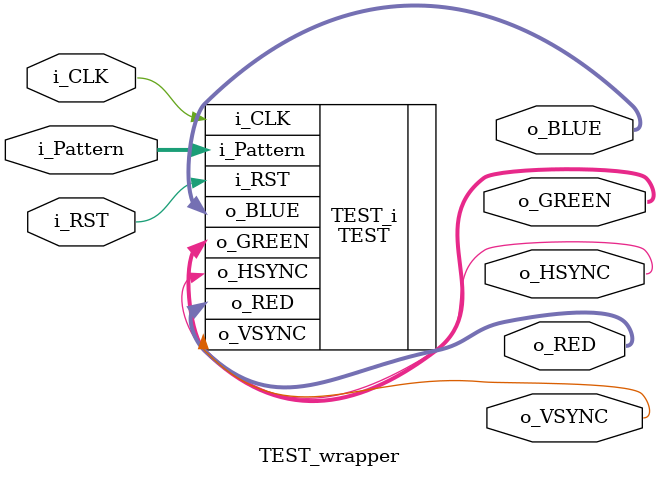
<source format=v>
`timescale 1 ps / 1 ps

module TEST_wrapper
   (i_CLK,
    i_Pattern,
    i_RST,
    o_BLUE,
    o_GREEN,
    o_HSYNC,
    o_RED,
    o_VSYNC);
  input i_CLK;
  input [3:0]i_Pattern;
  input i_RST;
  output [2:0]o_BLUE;
  output [2:0]o_GREEN;
  output o_HSYNC;
  output [2:0]o_RED;
  output o_VSYNC;

  wire i_CLK;
  wire [3:0]i_Pattern;
  wire i_RST;
  wire [2:0]o_BLUE;
  wire [2:0]o_GREEN;
  wire o_HSYNC;
  wire [2:0]o_RED;
  wire o_VSYNC;

  TEST TEST_i
       (.i_CLK(i_CLK),
        .i_Pattern(i_Pattern),
        .i_RST(i_RST),
        .o_BLUE(o_BLUE),
        .o_GREEN(o_GREEN),
        .o_HSYNC(o_HSYNC),
        .o_RED(o_RED),
        .o_VSYNC(o_VSYNC));
endmodule

</source>
